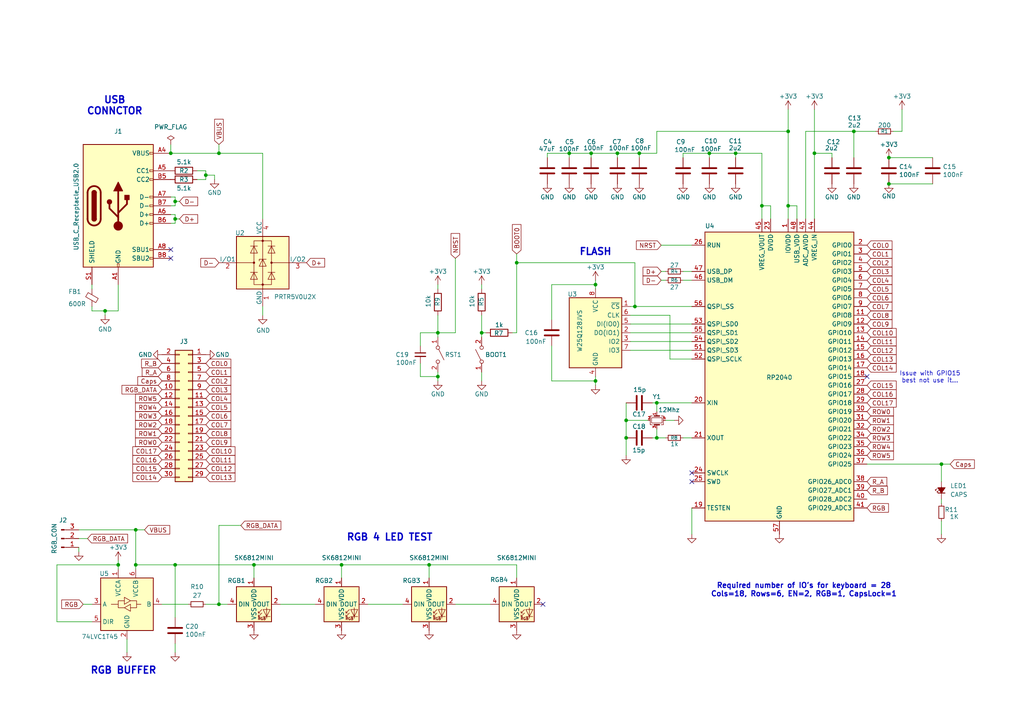
<source format=kicad_sch>
(kicad_sch (version 20231120) (generator "eeschema") (generator_version "8.0")
  (paper "A4")
  (title_block (title "RP2040 Module Board") (date "2025-01-09") (rev "2.0") (company "Michael O'Toole"))
  (junction (at 39.37 153.67))
  (junction (at 172.72 82.55))
  (junction (at 39.37 163.83))
  (junction (at 386.08 152.4))
  (junction (at 336.55 172.72))
  (junction (at 205.74 44.45))
  (junction (at 50.8 63.5))
  (junction (at 330.2 162.56))
  (junction (at 416.56 172.72))
  (junction (at 257.81 53.34))
  (junction (at 213.36 44.45))
  (junction (at 172.72 110.49))
  (junction (at 181.61 121.92))
  (junction (at 63.5 175.26))
  (junction (at 322.58 189.23))
  (junction (at 124.46 163.83))
  (junction (at 336.55 187.96))
  (junction (at 373.38 172.72))
  (junction (at 336.55 182.88))
  (junction (at 247.65 38.1))
  (junction (at 149.86 76.2))
  (junction (at 436.88 172.72))
  (junction (at 236.22 44.45))
  (junction (at 127 96.52))
  (junction (at 171.45 44.45))
  (junction (at 30.48 90.17))
  (junction (at 181.61 127))
  (junction (at 257.81 45.72))
  (junction (at 165.1 44.45))
  (junction (at 336.55 162.56))
  (junction (at 50.8 58.42))
  (junction (at 63.5 44.45))
  (junction (at 34.29 163.83))
  (junction (at 49.53 44.45))
  (junction (at 273.05 134.62))
  (junction (at 50.8 163.83))
  (junction (at 185.42 44.45))
  (junction (at 184.15 88.9))
  (junction (at 228.6 38.1))
  (junction (at 99.06 163.83))
  (junction (at 179.07 44.45))
  (junction (at 190.5 127))
  (junction (at 406.4 172.72))
  (junction (at 373.38 182.88))
  (junction (at 426.72 185.42))
  (junction (at 190.5 116.84))
  (junction (at 220.98 59.69))
  (junction (at 139.7 96.52))
  (junction (at 127 109.22))
  (junction (at 336.55 152.4))
  (junction (at 228.6 59.69))
  (junction (at 73.66 163.83))
  (junction (at 59.69 50.8))
  (junction (at 393.7 172.72))
  (no_connect (at 200.66 139.7))
  (no_connect (at 49.53 74.93))
  (no_connect (at 251.46 109.22))
  (no_connect (at 49.53 72.39))
  (no_connect (at 157.48 175.26))
  (no_connect (at 200.66 137.16))
  (wire (pts (xy 205.74 44.45) (xy 213.36 44.45)))
  (wire (pts (xy 373.38 180.34) (xy 375.92 180.34)))
  (wire (pts (xy 330.2 182.88) (xy 330.2 187.96)))
  (wire (pts (xy 416.56 172.72) (xy 419.1 172.72)))
  (wire (pts (xy 179.07 44.45) (xy 179.07 45.72)))
  (wire (pts (xy 22.86 153.67) (xy 39.37 153.67)))
  (wire (pts (xy 317.5 189.23) (xy 322.58 189.23)))
  (wire (pts (xy 34.29 162.56) (xy 34.29 163.83)))
  (wire (pts (xy 426.72 185.42) (xy 426.72 186.69)))
  (wire (pts (xy 190.5 119.38) (xy 190.5 116.84)))
  (wire (pts (xy 49.53 59.69) (xy 50.8 59.69)))
  (wire (pts (xy 365.76 162.56) (xy 367.03 162.56)))
  (wire (pts (xy 127 91.44) (xy 127 96.52)))
  (wire (pts (xy 273.05 154.94) (xy 273.05 151.13)))
  (wire (pts (xy 336.55 172.72) (xy 336.55 175.26)))
  (wire (pts (xy 191.77 81.28) (xy 193.04 81.28)))
  (wire (pts (xy 182.88 96.52) (xy 200.66 96.52)))
  (wire (pts (xy 181.61 127) (xy 181.61 121.92)))
  (wire (pts (xy 386.08 172.72) (xy 393.7 172.72)))
  (wire (pts (xy 62.23 50.8) (xy 62.23 52.07)))
  (wire (pts (xy 236.22 44.45) (xy 241.3 44.45)))
  (wire (pts (xy 50.8 62.23) (xy 50.8 63.5)))
  (wire (pts (xy 233.68 63.5) (xy 233.68 38.1)))
  (wire (pts (xy 386.08 167.64) (xy 386.08 172.72)))
  (wire (pts (xy 220.98 63.5) (xy 220.98 59.69)))
  (wire (pts (xy 426.72 185.42) (xy 436.88 185.42)))
  (wire (pts (xy 336.55 152.4) (xy 386.08 152.4)))
  (wire (pts (xy 247.65 38.1) (xy 247.65 45.72)))
  (wire (pts (xy 228.6 59.69) (xy 228.6 63.5)))
  (wire (pts (xy 63.5 175.26) (xy 66.04 175.26)))
  (wire (pts (xy 200.66 147.32) (xy 200.66 154.94)))
  (wire (pts (xy 426.72 180.34) (xy 426.72 185.42)))
  (wire (pts (xy 358.14 162.56) (xy 351.79 162.56)))
  (wire (pts (xy 160.02 100.33) (xy 160.02 110.49)))
  (wire (pts (xy 322.58 189.23) (xy 322.58 190.5)))
  (wire (pts (xy 393.7 166.37) (xy 393.7 172.72)))
  (wire (pts (xy 373.38 182.88) (xy 375.92 182.88)))
  (wire (pts (xy 393.7 172.72) (xy 393.7 180.34)))
  (wire (pts (xy 179.07 44.45) (xy 185.42 44.45)))
  (wire (pts (xy 127 109.22) (xy 127 110.49)))
  (wire (pts (xy 194.31 91.44) (xy 194.31 104.14)))
  (wire (pts (xy 30.48 90.17) (xy 34.29 90.17)))
  (wire (pts (xy 50.8 163.83) (xy 50.8 179.07)))
  (wire (pts (xy 34.29 90.17) (xy 34.29 82.55)))
  (wire (pts (xy 50.8 64.77) (xy 50.8 63.5)))
  (wire (pts (xy 273.05 134.62) (xy 275.59 134.62)))
  (wire (pts (xy 393.7 185.42) (xy 393.7 193.04)))
  (wire (pts (xy 149.86 76.2) (xy 184.15 76.2)))
  (wire (pts (xy 193.04 121.92) (xy 195.58 121.92)))
  (wire (pts (xy 59.69 50.8) (xy 62.23 50.8)))
  (wire (pts (xy 370.84 182.88) (xy 373.38 182.88)))
  (wire (pts (xy 121.92 96.52) (xy 127 96.52)))
  (wire (pts (xy 361.95 182.88) (xy 363.22 182.88)))
  (wire (pts (xy 132.08 175.26) (xy 142.24 175.26)))
  (wire (pts (xy 336.55 162.56) (xy 330.2 162.56)))
  (wire (pts (xy 373.38 172.72) (xy 381 172.72)))
  (wire (pts (xy 361.95 172.72) (xy 373.38 172.72)))
  (wire (pts (xy 124.46 163.83) (xy 149.86 163.83)))
  (wire (pts (xy 220.98 59.69) (xy 220.98 44.45)))
  (wire (pts (xy 330.2 187.96) (xy 336.55 187.96)))
  (wire (pts (xy 50.8 163.83) (xy 73.66 163.83)))
  (wire (pts (xy 59.69 50.8) (xy 59.69 49.53)))
  (wire (pts (xy 373.38 172.72) (xy 373.38 180.34)))
  (wire (pts (xy 149.86 76.2) (xy 149.86 96.52)))
  (wire (pts (xy 124.46 163.83) (xy 124.46 167.64)))
  (wire (pts (xy 436.88 181.61) (xy 436.88 185.42)))
  (wire (pts (xy 416.56 185.42) (xy 426.72 185.42)))
  (wire (pts (xy 341.63 182.88) (xy 336.55 182.88)))
  (wire (pts (xy 241.3 44.45) (xy 241.3 45.72)))
  (wire (pts (xy 181.61 127) (xy 181.61 132.08)))
  (wire (pts (xy 233.68 38.1) (xy 247.65 38.1)))
  (wire (pts (xy 341.63 172.72) (xy 336.55 172.72)))
  (wire (pts (xy 160.02 110.49) (xy 172.72 110.49)))
  (wire (pts (xy 185.42 44.45) (xy 185.42 45.72)))
  (wire (pts (xy 121.92 109.22) (xy 127 109.22)))
  (wire (pts (xy 76.2 91.44) (xy 76.2 88.9)))
  (wire (pts (xy 322.58 180.34) (xy 322.58 189.23)))
  (wire (pts (xy 50.8 163.83) (xy 39.37 163.83)))
  (wire (pts (xy 205.74 44.45) (xy 205.74 45.72)))
  (wire (pts (xy 50.8 58.42) (xy 50.8 59.69)))
  (wire (pts (xy 139.7 91.44) (xy 139.7 96.52)))
  (wire (pts (xy 386.08 152.4) (xy 393.7 152.4)))
  (wire (pts (xy 106.68 175.26) (xy 116.84 175.26)))
  (wire (pts (xy 336.55 182.88) (xy 336.55 187.96)))
  (wire (pts (xy 165.1 44.45) (xy 165.1 45.72)))
  (wire (pts (xy 416.56 172.72) (xy 416.56 173.99)))
  (wire (pts (xy 336.55 162.56) (xy 336.55 172.72)))
  (wire (pts (xy 381 172.72) (xy 381 167.64)))
  (wire (pts (xy 181.61 121.92) (xy 187.96 121.92)))
  (wire (pts (xy 139.7 107.95) (xy 139.7 110.49)))
  (wire (pts (xy 223.52 63.5) (xy 223.52 59.69)))
  (wire (pts (xy 49.53 44.45) (xy 63.5 44.45)))
  (wire (pts (xy 213.36 44.45) (xy 220.98 44.45)))
  (wire (pts (xy 190.5 127) (xy 193.04 127)))
  (wire (pts (xy 191.77 71.12) (xy 200.66 71.12)))
  (wire (pts (xy 50.8 58.42) (xy 52.07 58.42)))
  (wire (pts (xy 63.5 44.45) (xy 76.2 44.45)))
  (wire (pts (xy 322.58 162.56) (xy 330.2 162.56)))
  (wire (pts (xy 63.5 41.91) (xy 63.5 44.45)))
  (wire (pts (xy 184.15 88.9) (xy 184.15 76.2)))
  (wire (pts (xy 26.67 90.17) (xy 30.48 90.17)))
  (wire (pts (xy 190.5 116.84) (xy 200.66 116.84)))
  (wire (pts (xy 182.88 91.44) (xy 194.31 91.44)))
  (wire (pts (xy 236.22 44.45) (xy 236.22 63.5)))
  (wire (pts (xy 386.08 156.21) (xy 386.08 152.4)))
  (wire (pts (xy 231.14 63.5) (xy 231.14 59.69)))
  (wire (pts (xy 336.55 193.04) (xy 336.55 187.96)))
  (wire (pts (xy 194.31 104.14) (xy 200.66 104.14)))
  (wire (pts (xy 172.72 81.28) (xy 172.72 82.55)))
  (wire (pts (xy 317.5 189.23) (xy 317.5 205.74)))
  (wire (pts (xy 198.12 81.28) (xy 200.66 81.28)))
  (wire (pts (xy 172.72 110.49) (xy 172.72 109.22)))
  (wire (pts (xy 22.86 158.75) (xy 22.86 160.02)))
  (wire (pts (xy 30.48 90.17) (xy 30.48 91.44)))
  (wire (pts (xy 198.12 45.72) (xy 198.12 44.45)))
  (wire (pts (xy 406.4 172.72) (xy 416.56 172.72)))
  (wire (pts (xy 190.5 127) (xy 189.23 127)))
  (wire (pts (xy 182.88 93.98) (xy 200.66 93.98)))
  (wire (pts (xy 24.13 175.26) (xy 26.67 175.26)))
  (wire (pts (xy 57.15 52.07) (xy 59.69 52.07)))
  (wire (pts (xy 336.55 162.56) (xy 336.55 152.4)))
  (wire (pts (xy 198.12 44.45) (xy 205.74 44.45)))
  (wire (pts (xy 139.7 96.52) (xy 140.97 96.52)))
  (wire (pts (xy 231.14 59.69) (xy 228.6 59.69)))
  (wire (pts (xy 190.5 44.45) (xy 190.5 38.1)))
  (wire (pts (xy 36.83 189.23) (xy 36.83 185.42)))
  (wire (pts (xy 39.37 153.67) (xy 41.91 153.67)))
  (wire (pts (xy 367.03 162.56) (xy 367.03 177.8)))
  (wire (pts (xy 121.92 100.33) (xy 121.92 96.52)))
  (wire (pts (xy 63.5 152.4) (xy 69.85 152.4)))
  (wire (pts (xy 228.6 31.75) (xy 228.6 38.1)))
  (wire (pts (xy 223.52 59.69) (xy 220.98 59.69)))
  (wire (pts (xy 181.61 121.92) (xy 181.61 116.84)))
  (wire (pts (xy 39.37 163.83) (xy 39.37 165.1)))
  (wire (pts (xy 273.05 134.62) (xy 273.05 139.7)))
  (wire (pts (xy 149.86 163.83) (xy 149.86 167.64)))
  (wire (pts (xy 49.53 57.15) (xy 50.8 57.15)))
  (wire (pts (xy 261.62 31.75) (xy 261.62 38.1)))
  (wire (pts (xy 26.67 82.55) (xy 26.67 83.82)))
  (wire (pts (xy 171.45 44.45) (xy 179.07 44.45)))
  (wire (pts (xy 184.15 88.9) (xy 200.66 88.9)))
  (wire (pts (xy 50.8 186.69) (xy 50.8 189.23)))
  (wire (pts (xy 57.15 49.53) (xy 59.69 49.53)))
  (wire (pts (xy 171.45 44.45) (xy 171.45 45.72)))
  (wire (pts (xy 26.67 180.34) (xy 16.51 180.34)))
  (wire (pts (xy 73.66 163.83) (xy 99.06 163.83)))
  (wire (pts (xy 149.86 73.66) (xy 149.86 76.2)))
  (wire (pts (xy 132.08 74.93) (xy 132.08 96.52)))
  (wire (pts (xy 172.72 111.76) (xy 172.72 110.49)))
  (wire (pts (xy 236.22 31.75) (xy 236.22 44.45)))
  (wire (pts (xy 273.05 144.78) (xy 273.05 146.05)))
  (wire (pts (xy 148.59 96.52) (xy 149.86 96.52)))
  (wire (pts (xy 127 96.52) (xy 127 97.79)))
  (wire (pts (xy 165.1 44.45) (xy 171.45 44.45)))
  (wire (pts (xy 251.46 134.62) (xy 273.05 134.62)))
  (wire (pts (xy 73.66 163.83) (xy 73.66 167.64)))
  (wire (pts (xy 416.56 181.61) (xy 416.56 185.42)))
  (wire (pts (xy 127 107.95) (xy 127 109.22)))
  (wire (pts (xy 127 82.55) (xy 127 83.82)))
  (wire (pts (xy 76.2 44.45) (xy 76.2 63.5)))
  (wire (pts (xy 182.88 99.06) (xy 200.66 99.06)))
  (wire (pts (xy 322.58 198.12) (xy 322.58 205.74)))
  (wire (pts (xy 121.92 105.41) (xy 121.92 109.22)))
  (wire (pts (xy 172.72 82.55) (xy 172.72 83.82)))
  (wire (pts (xy 336.55 162.56) (xy 341.63 162.56)))
  (wire (pts (xy 257.81 53.34) (xy 270.51 53.34)))
  (wire (pts (xy 63.5 152.4) (xy 63.5 175.26)))
  (wire (pts (xy 99.06 163.83) (xy 99.06 167.64)))
  (wire (pts (xy 81.28 175.26) (xy 91.44 175.26)))
  (wire (pts (xy 49.53 62.23) (xy 50.8 62.23)))
  (wire (pts (xy 190.5 127) (xy 190.5 124.46)))
  (wire (pts (xy 373.38 182.88) (xy 373.38 193.04)))
  (wire (pts (xy 436.88 171.45) (xy 436.88 172.72)))
  (wire (pts (xy 172.72 82.55) (xy 160.02 82.55)))
  (wire (pts (xy 50.8 57.15) (xy 50.8 58.42)))
  (wire (pts (xy 257.81 45.72) (xy 270.51 45.72)))
  (wire (pts (xy 213.36 44.45) (xy 213.36 45.72)))
  (wire (pts (xy 393.7 172.72) (xy 406.4 172.72)))
  (wire (pts (xy 34.29 163.83) (xy 34.29 165.1)))
  (wire (pts (xy 59.69 52.07) (xy 59.69 50.8)))
  (wire (pts (xy 59.69 175.26) (xy 63.5 175.26)))
  (wire (pts (xy 322.58 162.56) (xy 322.58 172.72)))
  (wire (pts (xy 393.7 152.4) (xy 393.7 158.75)))
  (wire (pts (xy 139.7 96.52) (xy 139.7 97.79)))
  (wire (pts (xy 416.56 171.45) (xy 416.56 172.72)))
  (wire (pts (xy 50.8 63.5) (xy 52.07 63.5)))
  (wire (pts (xy 198.12 78.74) (xy 200.66 78.74)))
  (wire (pts (xy 139.7 82.55) (xy 139.7 83.82)))
  (wire (pts (xy 16.51 180.34) (xy 16.51 163.83)))
  (wire (pts (xy 336.55 182.88) (xy 336.55 180.34)))
  (wire (pts (xy 228.6 38.1) (xy 228.6 59.69)))
  (wire (pts (xy 39.37 153.67) (xy 39.37 163.83)))
  (wire (pts (xy 198.12 127) (xy 200.66 127)))
  (wire (pts (xy 26.67 88.9) (xy 26.67 90.17)))
  (wire (pts (xy 191.77 78.74) (xy 193.04 78.74)))
  (wire (pts (xy 259.08 38.1) (xy 261.62 38.1)))
  (wire (pts (xy 373.38 172.72) (xy 373.38 171.45)))
  (wire (pts (xy 190.5 38.1) (xy 228.6 38.1)))
  (wire (pts (xy 247.65 38.1) (xy 254 38.1)))
  (wire (pts (xy 49.53 64.77) (xy 50.8 64.77)))
  (wire (pts (xy 367.03 177.8) (xy 361.95 177.8)))
  (wire (pts (xy 434.34 172.72) (xy 436.88 172.72)))
  (wire (pts (xy 330.2 162.56) (xy 330.2 175.26)))
  (wire (pts (xy 158.75 44.45) (xy 165.1 44.45)))
  (wire (pts (xy 406.4 172.72) (xy 406.4 173.99)))
  (wire (pts (xy 185.42 44.45) (xy 190.5 44.45)))
  (wire (pts (xy 190.5 116.84) (xy 189.23 116.84)))
  (wire (pts (xy 336.55 151.13) (xy 336.55 152.4)))
  (wire (pts (xy 436.88 172.72) (xy 436.88 173.99)))
  (wire (pts (xy 16.51 163.83) (xy 34.29 163.83)))
  (wire (pts (xy 158.75 45.72) (xy 158.75 44.45)))
  (wire (pts (xy 160.02 82.55) (xy 160.02 92.71)))
  (wire (pts (xy 22.86 156.21) (xy 25.4 156.21)))
  (wire (pts (xy 49.53 41.91) (xy 49.53 44.45)))
  (wire (pts (xy 182.88 88.9) (xy 184.15 88.9)))
  (wire (pts (xy 127 96.52) (xy 132.08 96.52)))
  (wire (pts (xy 182.88 101.6) (xy 200.66 101.6)))
  (wire (pts (xy 46.99 175.26) (xy 54.61 175.26)))
  (wire (pts (xy 99.06 163.83) (xy 124.46 163.83)))
  (text "USB\nCONNCTOR" (at 33.274 30.734 0) (effects (font (size 2 2) (thickness 0.4) (bold yes))))
  (text "RGB BUFFER" (at 35.814 194.564 0) (effects (font (size 2 2) (thickness 0.4) (bold yes))))
  (text "FLASH" (at 172.72 73.152 0) (effects (font (size 2 2) (thickness 0.4) (bold yes))))
  (text "RGB 4 LED TEST" (at 113.03 155.956 0) (effects (font (size 2 2) (thickness 0.4) (bold yes))))
  (text "3.7V \nLI-PO\nBattery\nConnector" (at 378.206 195.834 0) (effects (font (size 1.016 1.016) (thickness 0.2032) (bold yes) (italic yes)) (justify left bottom)))
  (text "3V3 SUPPLY" (at 425.196 159.766 0) (effects (font (size 2 2) (thickness 0.4) (bold yes))))
  (text "FUSE" (at 327.914 200.66 0) (effects (font (size 2 2) (thickness 0.4) (bold yes))))
  (text "Issue with GPIO15\nbest not use it..." (at 269.748 109.474 0) (effects (font (size 1.27 1.27))))
  (text "Rprog" (at 364.998 183.642 0) (effects (font (size 0.889 0.889) (thickness 0.1778) (bold yes) (italic yes)) (justify left bottom)))
  (text "Required number of IO's for keyboard = 28\nCols=18, Rows=6, EN=2, RGB=1, CapsLock=1" (at 233.172 171.196 0) (effects (font (size 1.5 1.5) (thickness 0.3) (bold yes))))
  (global_label "NRST" (shape input) (at 191.77 71.12 180) (property "Intersheetrefs" "${INTERSHEET_REFS}" (effects (hide yes))))
  (global_label "RGB_DATA" (shape input) (at 25.4 156.21 0) (property "Intersheetrefs" "${INTERSHEET_REFS}" (effects (hide yes))))
  (global_label "RGB_DATA" (shape input) (at 69.85 152.4 0) (property "Intersheetrefs" "${INTERSHEET_REFS}" (effects (hide yes))))
  (global_label "RGB" (shape input) (at 24.13 175.26 180) (property "Intersheetrefs" "${INTERSHEET_REFS}" (effects (hide yes))))
  (global_label "COL8" (shape input) (at 251.46 91.44 0) (property "Intersheetrefs" "${INTERSHEET_REFS}" (effects (hide yes))))
  (global_label "R_A" (shape input) (at 251.46 139.7 0) (property "Intersheetrefs" "${INTERSHEET_REFS}" (effects (hide yes))))
  (global_label "ROW4" (shape input) (at 46.99 118.11 180) (property "Intersheetrefs" "${INTERSHEET_REFS}" (effects (hide yes))))
  (global_label "COL6" (shape input) (at 59.69 120.65 0) (property "Intersheetrefs" "${INTERSHEET_REFS}" (effects (hide yes))))
  (global_label "ROW4" (shape input) (at 251.46 129.54 0) (property "Intersheetrefs" "${INTERSHEET_REFS}" (effects (hide yes))))
  (global_label "ROW1" (shape input) (at 251.46 121.92 0) (property "Intersheetrefs" "${INTERSHEET_REFS}" (effects (hide yes))))
  (global_label "COL1" (shape input) (at 251.46 73.66 0) (property "Intersheetrefs" "${INTERSHEET_REFS}" (effects (hide yes))))
  (global_label "ROW5" (shape input) (at 46.99 115.57 180) (property "Intersheetrefs" "${INTERSHEET_REFS}" (effects (hide yes))))
  (global_label "COL12" (shape input) (at 59.69 135.89 0) (property "Intersheetrefs" "${INTERSHEET_REFS}" (effects (hide yes))))
  (global_label "COL9" (shape input) (at 251.46 93.98 0) (property "Intersheetrefs" "${INTERSHEET_REFS}" (effects (hide yes))))
  (global_label "R_B" (shape input) (at 251.46 142.24 0) (property "Intersheetrefs" "${INTERSHEET_REFS}" (effects (hide yes))))
  (global_label "ROW5" (shape input) (at 251.46 132.08 0) (property "Intersheetrefs" "${INTERSHEET_REFS}" (effects (hide yes))))
  (global_label "VBUS" (shape input) (at 63.5 41.91 90) (property "Intersheetrefs" "${INTERSHEET_REFS}" (effects (hide yes))))
  (global_label "ROW2" (shape input) (at 46.99 123.19 180) (property "Intersheetrefs" "${INTERSHEET_REFS}" (effects (hide yes))))
  (global_label "D-" (shape input) (at 191.77 81.28 180) (property "Intersheetrefs" "${INTERSHEET_REFS}" (effects (hide yes))))
  (global_label "D+" (shape input) (at 191.77 78.74 180) (property "Intersheetrefs" "${INTERSHEET_REFS}" (effects (hide yes))))
  (global_label "R_B" (shape input) (at 46.99 105.41 180) (property "Intersheetrefs" "${INTERSHEET_REFS}" (effects (hide yes))))
  (global_label "RGBV" (shape input) (at 317.5 205.74 270) (property "Intersheetrefs" "${INTERSHEET_REFS}" (effects (hide yes))))
  (global_label "ROW3" (shape input) (at 251.46 127 0) (property "Intersheetrefs" "${INTERSHEET_REFS}" (effects (hide yes))))
  (global_label "COL14" (shape input) (at 251.46 106.68 0) (property "Intersheetrefs" "${INTERSHEET_REFS}" (effects (hide yes))))
  (global_label "D+" (shape input) (at 52.07 63.5 0) (property "Intersheetrefs" "${INTERSHEET_REFS}" (effects (hide yes))))
  (global_label "NRST" (shape input) (at 132.08 74.93 90) (property "Intersheetrefs" "${INTERSHEET_REFS}" (effects (hide yes))))
  (global_label "Caps" (shape input) (at 46.99 110.49 180) (property "Intersheetrefs" "${INTERSHEET_REFS}" (effects (hide yes))))
  (global_label "COL14" (shape input) (at 46.99 138.43 180) (property "Intersheetrefs" "${INTERSHEET_REFS}" (effects (hide yes))))
  (global_label "COL3" (shape input) (at 59.69 113.03 0) (property "Intersheetrefs" "${INTERSHEET_REFS}" (effects (hide yes))))
  (global_label "COL11" (shape input) (at 59.69 133.35 0) (property "Intersheetrefs" "${INTERSHEET_REFS}" (effects (hide yes))))
  (global_label "COL1" (shape input) (at 59.69 107.95 0) (property "Intersheetrefs" "${INTERSHEET_REFS}" (effects (hide yes))))
  (global_label "ROW0" (shape input) (at 251.46 119.38 0) (property "Intersheetrefs" "${INTERSHEET_REFS}" (effects (hide yes))))
  (global_label "VBUS" (shape input) (at 41.91 153.67 0) (property "Intersheetrefs" "${INTERSHEET_REFS}" (effects (hide yes))))
  (global_label "BOOT0" (shape input) (at 149.86 73.66 90) (property "Intersheetrefs" "${INTERSHEET_REFS}" (effects (hide yes))))
  (global_label "COL6" (shape input) (at 251.46 86.36 0) (property "Intersheetrefs" "${INTERSHEET_REFS}" (effects (hide yes))))
  (global_label "COL15" (shape input) (at 46.99 135.89 180) (property "Intersheetrefs" "${INTERSHEET_REFS}" (effects (hide yes))))
  (global_label "COL16" (shape input) (at 251.46 114.3 0) (property "Intersheetrefs" "${INTERSHEET_REFS}" (effects (hide yes))))
  (global_label "COL13" (shape input) (at 251.46 104.14 0) (property "Intersheetrefs" "${INTERSHEET_REFS}" (effects (hide yes))))
  (global_label "RGB_DATA" (shape input) (at 46.99 113.03 180) (property "Intersheetrefs" "${INTERSHEET_REFS}" (effects (hide yes))))
  (global_label "COL11" (shape input) (at 251.46 99.06 0) (property "Intersheetrefs" "${INTERSHEET_REFS}" (effects (hide yes))))
  (global_label "COL9" (shape input) (at 59.69 128.27 0) (property "Intersheetrefs" "${INTERSHEET_REFS}" (effects (hide yes))))
  (global_label "COL0" (shape input) (at 251.46 71.12 0) (property "Intersheetrefs" "${INTERSHEET_REFS}" (effects (hide yes))))
  (global_label "COL3" (shape input) (at 251.46 78.74 0) (property "Intersheetrefs" "${INTERSHEET_REFS}" (effects (hide yes))))
  (global_label "COL0" (shape input) (at 59.69 105.41 0) (property "Intersheetrefs" "${INTERSHEET_REFS}" (effects (hide yes))))
  (global_label "COL5" (shape input) (at 251.46 83.82 0) (property "Intersheetrefs" "${INTERSHEET_REFS}" (effects (hide yes))))
  (global_label "COL2" (shape input) (at 251.46 76.2 0) (property "Intersheetrefs" "${INTERSHEET_REFS}" (effects (hide yes))))
  (global_label "D+" (shape input) (at 88.9 76.2 0) (property "Intersheetrefs" "${INTERSHEET_REFS}" (effects (hide yes))))
  (global_label "ROW1" (shape input) (at 46.99 125.73 180) (property "Intersheetrefs" "${INTERSHEET_REFS}" (effects (hide yes))))
  (global_label "COL13" (shape input) (at 59.69 138.43 0) (property "Intersheetrefs" "${INTERSHEET_REFS}" (effects (hide yes))))
  (global_label "COL5" (shape input) (at 59.69 118.11 0) (property "Intersheetrefs" "${INTERSHEET_REFS}" (effects (hide yes))))
  (global_label "COL8" (shape input) (at 59.69 125.73 0) (property "Intersheetrefs" "${INTERSHEET_REFS}" (effects (hide yes))))
  (global_label "COL4" (shape input) (at 251.46 81.28 0) (property "Intersheetrefs" "${INTERSHEET_REFS}" (effects (hide yes))))
  (global_label "COL7" (shape input) (at 59.69 123.19 0) (property "Intersheetrefs" "${INTERSHEET_REFS}" (effects (hide yes))))
  (global_label "COL15" (shape input) (at 251.46 111.76 0) (property "Intersheetrefs" "${INTERSHEET_REFS}" (effects (hide yes))))
  (global_label "COL4" (shape input) (at 59.69 115.57 0) (property "Intersheetrefs" "${INTERSHEET_REFS}" (effects (hide yes))))
  (global_label "COL17" (shape input) (at 251.46 116.84 0) (property "Intersheetrefs" "${INTERSHEET_REFS}" (effects (hide yes))))
  (global_label "COL10" (shape input) (at 251.46 96.52 0) (property "Intersheetrefs" "${INTERSHEET_REFS}" (effects (hide yes))))
  (global_label "D-" (shape input) (at 52.07 58.42 0) (property "Intersheetrefs" "${INTERSHEET_REFS}" (effects (hide yes))))
  (global_label "RGB" (shape input) (at 251.46 147.32 0) (property "Intersheetrefs" "${INTERSHEET_REFS}" (effects (hide yes))))
  (global_label "COL2" (shape input) (at 59.69 110.49 0) (property "Intersheetrefs" "${INTERSHEET_REFS}" (effects (hide yes))))
  (global_label "COL12" (shape input) (at 251.46 101.6 0) (property "Intersheetrefs" "${INTERSHEET_REFS}" (effects (hide yes))))
  (global_label "ROW0" (shape input) (at 46.99 128.27 180) (property "Intersheetrefs" "${INTERSHEET_REFS}" (effects (hide yes))))
  (global_label "R_A" (shape input) (at 46.99 107.95 180) (property "Intersheetrefs" "${INTERSHEET_REFS}" (effects (hide yes))))
  (global_label "COL10" (shape input) (at 59.69 130.81 0) (property "Intersheetrefs" "${INTERSHEET_REFS}" (effects (hide yes))))
  (global_label "D-" (shape input) (at 63.5 76.2 180) (property "Intersheetrefs" "${INTERSHEET_REFS}" (effects (hide yes))))
  (global_label "Caps" (shape input) (at 275.59 134.62 0) (property "Intersheetrefs" "${INTERSHEET_REFS}" (effects (hide yes))))
  (global_label "ROW3" (shape input) (at 46.99 120.65 180) (property "Intersheetrefs" "${INTERSHEET_REFS}" (effects (hide yes))))
  (global_label "COL7" (shape input) (at 251.46 88.9 0) (property "Intersheetrefs" "${INTERSHEET_REFS}" (effects (hide yes))))
  (global_label "COL16" (shape input) (at 46.99 133.35 180) (property "Intersheetrefs" "${INTERSHEET_REFS}" (effects (hide yes))))
  (global_label "VBUS" (shape input) (at 322.58 205.74 270) (property "Intersheetrefs" "${INTERSHEET_REFS}" (effects (hide yes))))
  (global_label "COL17" (shape input) (at 46.99 130.81 180) (property "Intersheetrefs" "${INTERSHEET_REFS}" (effects (hide yes))))
  (global_label "ROW2" (shape input) (at 251.46 124.46 0) (property "Intersheetrefs" "${INTERSHEET_REFS}" (effects (hide yes))))
  (symbol (lib_id "Device:R_Small") (at 273.05 148.59 0) (mirror y) (unit 1)
    (property "Reference" "R11" (at 277.876 147.828 0) (effects (justify left)))
    (property "Value" "1K" (at 278.13 149.86 0) (effects (justify left)))
    (property "Footprint" "Resistor_SMD:R_0402_1005Metric" (effects (hide yes)))
    (property "Description" "Resistor, small symbol" (effects (hide yes)))
  )
  (symbol (lib_id "Logic_LevelTranslator:SN74LVC1T45DRL") (at 36.83 175.26 0) (unit 1)
    (property "Reference" "U5" (at 30.226 166.37 0))
    (property "Value" "74LVC1T45" (at 28.956 184.658 0))
    (property "Footprint" "SOT:SOT-26" (effects (hide yes)))
    (property "Description" "1.65V~5.5V 1 1 1.65V~5.5V SOT-26 Translators, Level Shifters ROHS" (effects (hide yes)))
    (property "MPN " "74LVC1T45W6-7" (effects (hide yes)))
    (property "JLCPCB_CORRECTION" "0; 0; 270" (effects (hide yes)))
    (property "LCSC" "C168856" (effects (hide yes)))
  )
  (symbol (lib_id "ESP32-DevKit-Lipo_Rev_D:R") (at 330.2 179.07 270) (unit 1)
    (property "Reference" "R13" (at 330.2 177.292 0) (effects (justify left)))
    (property "Value" "10k/R0402" (at 327.914 173.482 0) (effects (justify left)))
    (property "Footprint" "OLIMEX_RLC-FP:R_0402_5MIL_DWS" (effects (hide yes)))
    (property "Fieldname 1" "Value 1" (effects (hide yes)))
    (property "Fieldname2" "Value2" (effects (hide yes)))
    (property "Fieldname3" "Value3" (effects (hide yes)))
  )
  (symbol (lib_id "Device:C") (at 198.12 49.53 0) (unit 1)
    (property "Reference" "C9" (at 196.088 41.148 0) (effects (justify left)))
    (property "Value" "100nF" (at 195.58 43.434 0) (effects (justify left)))
    (property "Footprint" "Capacitor_SMD:C_0402_1005Metric" (effects (hide yes)))
    (property "LCSC" "C307331" (effects (hide yes)))
  )
  (symbol (lib_id "Device:C") (at 179.07 49.53 0) (unit 1)
    (property "Reference" "C7" (at 177.546 41.148 0) (effects (justify left)))
    (property "Value" "100nF" (at 176.53 42.926 0) (effects (justify left)))
    (property "Footprint" "Capacitor_SMD:C_0402_1005Metric" (effects (hide yes)))
    (property "LCSC" "C307331" (effects (hide yes)))
  )
  (symbol (lib_id "Connector:Conn_01x03_Pin") (at 17.78 156.21 0) (mirror x) (unit 1)
    (property "Reference" "J2" (at 18.288 150.876 0))
    (property "Value" "RGB_CON" (at 15.748 156.21 90))
    (property "Footprint" "Connector_JST:JST_EH_S3B-EH_1x03_P2.50mm_Horizontal" (effects (hide yes)))
    (property "Description" "Generic connector, single row, 01x03, script generated" (effects (hide yes)))
    (property "LCSC" "C263754" (effects (hide yes)))
    (property "MANF#" "S3B-EH(LF)(SN)" (effects (hide yes)))
  )
  (symbol (lib_id "Device:Crystal_GND24_Small") (at 190.5 121.92 270) (unit 1)
    (property "Reference" "Y1" (at 190.5 115.062 90))
    (property "Value" "12Mhz" (at 194.056 118.872 90))
    (property "Footprint" "Crystal:Crystal_SMD_3225-4Pin_3.2x2.5mm" (effects (hide yes)))
    (property "Description" "Four pin crystal, GND on pins 2 and 4, small symbol" (effects (hide yes)))
    (property "LCSC" "C20625731" (effects (hide yes)))
    (property "MFP#" "ABM8-272-T3" (effects (hide yes)))
  )
  (symbol (lib_id "Device:C") (at 50.8 182.88 0) (unit 1)
    (property "Reference" "C20" (at 53.721 181.7116 0) (effects (justify left)))
    (property "Value" "100nF" (at 53.721 184.023 0) (effects (justify left)))
    (property "Footprint" "Capacitor_SMD:C_0402_1005Metric" (effects (hide yes)))
    (property "LCSC" "C307331" (effects (hide yes)))
  )
  (symbol (lib_id "power:GND") (at 241.3 53.34 0) (unit 1)
    (property "Reference" "#PWR017" (effects (hide yes)))
    (property "Value" "GND" (at 241.3 57.15 0))
  )
  (symbol (lib_id "MyLED:SK6812MINI-E_C5149201") (at 73.66 175.26 0) (unit 1)
    (property "Reference" "RGB1" (at 68.58 168.402 0))
    (property "Value" "SK6812MINI" (at 73.66 161.798 0))
    (property "Footprint" "ScottoKeebs_Components:LED_SK6812MINI" (effects (hide yes)))
    (property "LCSC" "C5149201" (effects (hide yes)))
    (property "MFP#" "SK6812MINI-E" (effects (hide yes)))
  )
  (symbol (lib_id "MyLED:SK6812MINI-E_C5149201") (at 124.46 175.26 0) (unit 1)
    (property "Reference" "RGB3" (at 119.38 168.402 0))
    (property "Value" "SK6812MINI" (at 124.46 161.798 0))
    (property "Footprint" "ScottoKeebs_Components:LED_SK6812MINI" (effects (hide yes)))
  )
  (symbol (lib_id "power:+3V3") (at 34.29 162.56 0) (unit 1)
    (property "Reference" "#PWR031" (effects (hide yes)))
    (property "Value" "+3V3" (at 34.29 158.75 0))
  )
  (symbol (lib_id "ESP32-DevKit-Lipo_Rev_D:BL4054B-42TPRN(SOT23-5)") (at 351.79 177.8 0) (unit 1)
    (property "Reference" "U6" (at 351.79 169.545 0) (effects (font (size 1.524 1.524))))
    (property "Value" "BL4054B-42TPRN(SOT23-5)" (at 351.79 187.96 0))
    (property "Footprint" "OLIMEX_IC-FP:SOT-23-5" (effects (hide yes)))
    (property "Datasheet" "https://datasheet.lcsc.com/szlcsc/BL4054B-42TPRN_C83783.pdf" (effects (hide yes)))
    (property "Note" "PB-Free" (effects (hide yes)))
    (property "lcsc" "C83783" (effects (hide yes)))
    (property "mp#" "BL4054B-42TPRN" (effects (hide yes)))
  )
  (symbol (lib_id "power:GND") (at 139.7 110.49 0) (unit 1)
    (property "Reference" "#PWR025" (effects (hide yes)))
    (property "Value" "GND" (at 139.7 114.3 0))
  )
  (symbol (lib_id "power:GND") (at 406.4 181.61 0) (unit 1)
    (property "Reference" "#PWR08" (effects (hide yes)))
    (property "Value" "GND" (at 406.4 185.166 0))
  )
  (symbol (lib_id "power:GND") (at 59.69 102.87 90) (mirror x) (unit 1)
    (property "Reference" "#PWR042" (effects (hide yes)))
    (property "Value" "GND" (at 62.484 102.87 90) (effects (justify right)))
    (property "Description" "Power symbol creates a global label with name \"GND\" , ground" (effects (hide yes)))
  )
  (symbol (lib_id "Device:R_Small") (at 195.58 78.74 90) (mirror x) (unit 1)
    (property "Reference" "R4" (at 195.58 78.74 90) (effects (font (size 1 1))))
    (property "Value" "27" (at 195.58 76.962 90))
    (property "Footprint" "Resistor_SMD:R_0402_1005Metric" (effects (hide yes)))
    (property "Description" "Resistor, small symbol" (effects (hide yes)))
  )
  (symbol (lib_id "power:+3V3") (at 127 82.55 0) (unit 1)
    (property "Reference" "#PWR028" (effects (hide yes)))
    (property "Value" "+3V3" (at 127 78.74 0))
  )
  (symbol (lib_id "power:GND") (at 76.2 91.44 0) (unit 1)
    (property "Reference" "#PWR023" (effects (hide yes)))
    (property "Value" "GND" (at 76.327 95.8342 0))
  )
  (symbol (lib_id "Device:FerriteBead_Small") (at 26.67 86.36 0) (unit 1)
    (property "Reference" "FB1" (at 19.812 84.582 0) (effects (justify left)))
    (property "Value" "600R" (at 19.812 88.138 0) (effects (justify left)))
    (property "Footprint" "DevModules:BEADC1608X95N" (effects (hide yes)))
    (property "Description" "Ferrite bead, small symbol" (effects (hide yes)))
  )
  (symbol (lib_id "ESP32-DevKit-Lipo_Rev_D:GND") (at 336.55 193.04 0) (unit 1)
    (property "Reference" "#PWR047" (effects (hide yes)))
    (property "Value" "GND" (at 336.55 196.85 0))
  )
  (symbol (lib_id "Device:R") (at 139.7 87.63 0) (unit 1)
    (property "Reference" "R5" (at 139.573 87.503 90))
    (property "Value" "10k" (at 136.906 87.376 90))
    (property "Footprint" "Resistor_SMD:R_0402_1005Metric" (effects (hide yes)))
  )
  (symbol (lib_id "power:+3V3") (at 436.88 171.45 0) (unit 1)
    (property "Reference" "#PWR05" (effects (hide yes)))
    (property "Value" "+3V3" (at 436.88 167.64 0))
  )
  (symbol (lib_id "Device:C") (at 416.56 177.8 0) (mirror y) (unit 1)
    (property "Reference" "C2" (at 413.004 177.8 0) (effects (justify left)))
    (property "Value" "4.7uF" (at 415.798 180.848 0) (effects (justify left)))
    (property "Footprint" "Capacitor_SMD:C_0805_2012Metric" (effects (hide yes)))
    (property "LCSC" "C307331" (effects (hide yes)))
  )
  (symbol (lib_id "power:GND") (at 200.66 154.94 0) (mirror y) (unit 1)
    (property "Reference" "#PWR033" (effects (hide yes)))
    (property "Value" "GND" (effects (hide yes)))
  )
  (symbol (lib_id "ESP32-DevKit-Lipo_Rev_D:C") (at 393.7 182.88 0) (unit 1)
    (property "Reference" "C22" (at 392.43 181.61 90) (effects (justify left)))
    (property "Value" "4.7uF/6.3V/C0603" (at 396.875 191.77 90) (effects (font (size 1.016 1.016)) (justify left)))
    (property "Footprint" "OLIMEX_RLC-FP:C_0603_5MIL_DWS" (effects (hide yes)))
    (property "Fieldname 1" "Value 1" (effects (hide yes)))
    (property "Fieldname2" "Value2" (effects (hide yes)))
    (property "Fieldname3" "Value3" (effects (hide yes)))
  )
  (symbol (lib_id "kicad-keyboard-parts:XC6206PxxxMR-Regulator_Linear") (at 426.72 172.72 0) (unit 1)
    (property "Reference" "U1" (at 426.72 168.656 0))
    (property "Value" "XC6206PxxxMR-Regulator_Linear" (at 426.466 163.068 0))
    (property "Footprint" "Package_TO_SOT_SMD:SOT-23" (effects (hide yes)))
    (property "Datasheet" "https://www.torexsemi.com/file/xc6206/XC6206.pdf" (effects (hide yes)))
    (property "LCSC" "C5446" (effects (hide yes)))
  )
  (symbol (lib_id "Device:C") (at 205.74 49.53 0) (unit 1)
    (property "Reference" "C10" (at 204.216 40.894 0) (effects (justify left)))
    (property "Value" "100nF" (at 203.2 43.18 0) (effects (justify left)))
    (property "Footprint" "Capacitor_SMD:C_0402_1005Metric" (effects (hide yes)))
    (property "LCSC" "C307331" (effects (hide yes)))
  )
  (symbol (lib_id "power:GND") (at 99.06 182.88 0) (mirror y) (unit 1)
    (property "Reference" "#PWR039" (effects (hide yes)))
    (property "Value" "GND" (effects (hide yes)))
    (property "Description" "Power symbol creates a global label with name \"GND\" , ground" (effects (hide yes)))
  )
  (symbol (lib_id "Switch:SW_SPST") (at 139.7 102.87 90) (unit 1)
    (property "Reference" "BOOT1" (at 140.716 102.87 90) (effects (justify right)))
    (property "Value" "SW_SPST" (effects (hide yes)))
    (property "Footprint" "Button_Switch_SMD:SW_SPST_TL3342" (effects (hide yes)))
  )
  (symbol (lib_id "ESP32-DevKit-Lipo_Rev_D:LED") (at 346.71 162.56 0) (mirror y) (unit 1)
    (property "Reference" "CHARGING1" (at 341.63 159.385 0) (effects (justify right)))
    (property "Value" "LED/YELLOW/0603" (at 337.185 165.1 0) (effects (justify right)))
    (property "Footprint" "OLIMEX_LEDs-FP:LED_0603_KA" (effects (hide yes)))
    (property "Fieldname 1" "Value 1" (effects (hide yes)))
    (property "Fieldname2" "Value2" (effects (hide yes)))
    (property "Fieldname3" "Value3" (effects (hide yes)))
  )
  (symbol (lib_id "Device:C") (at 171.45 49.53 0) (unit 1)
    (property "Reference" "C6" (at 170.18 41.148 0) (effects (justify left)))
    (property "Value" "100nF" (at 169.164 42.926 0) (effects (justify left)))
    (property "Footprint" "Capacitor_SMD:C_0402_1005Metric" (effects (hide yes)))
    (property "LCSC" "C307331" (effects (hide yes)))
  )
  (symbol (lib_id "power:GND") (at 181.61 132.08 0) (mirror y) (unit 1)
    (property "Reference" "#PWR029" (effects (hide yes)))
    (property "Value" "GND" (effects (hide yes)))
  )
  (symbol (lib_id "power:+3V3") (at 228.6 31.75 0) (unit 1)
    (property "Reference" "#PWR01" (effects (hide yes)))
    (property "Value" "+3V3" (at 228.6 27.94 0))
  )
  (symbol (lib_id "Memory_Flash:W25Q128JVS") (at 172.72 96.52 0) (mirror y) (unit 1)
    (property "Reference" "U3" (at 167.386 85.344 0) (effects (justify left)))
    (property "Value" "W25Q128JVS" (at 168.148 102.108 90) (effects (justify left)))
    (property "Footprint" "MyComponents:SOIC_128JVSIQ_WIN" (effects (hide yes)))
    (property "Datasheet" "https://www.winbond.com/resource-files/w25q128jv_dtr%20revc%2003272018%20plus.pdf" (effects (hide yes)))
    (property "Description" "128Mb Serial Flash Memory, Standard/Dual/Quad SPI, SOIC-8" (effects (hide yes)))
    (property "LCSC" "C97521" (effects (hide yes)))
    (property "Mfr. Part #" "W25Q128JVSIQ" (effects (hide yes)))
    (property "Package" "SOIC-8-208mil" (effects (hide yes)))
  )
  (symbol (lib_id "Device:C") (at 185.42 116.84 270) (mirror x) (unit 1)
    (property "Reference" "C17" (at 183.388 120.142 90) (effects (justify left)))
    (property "Value" "15p" (at 183.642 113.03 90) (effects (justify left)))
    (property "Footprint" "Capacitor_SMD:C_0402_1005Metric" (effects (hide yes)))
    (property "LCSC" "C307331" (effects (hide yes)))
  )
  (symbol (lib_id "Power_Protection:PRTR5V0U2X") (at 76.2 76.2 0) (unit 1)
    (property "Reference" "U2" (at 69.596 67.564 0))
    (property "Value" "PRTR5V0U2X" (at 85.598 86.106 0))
    (property "Footprint" "Package_TO_SOT_SMD:SOT-143" (effects (hide yes)))
    (property "Datasheet" "https://assets.nexperia.com/documents/data-sheet/PRTR5V0U2X.pdf" (effects (hide yes)))
    (property "LCSC" "C2827688" (effects (hide yes)))
    (property "JlcRotOffset" "90" (effects (hide yes)))
    (property "MFP#" "PRTR5V0U2X" (effects (hide yes)))
  )
  (symbol (lib_id "power:GND") (at 273.05 154.94 0) (mirror y) (unit 1)
    (property "Reference" "#PWR044" (effects (hide yes)))
    (property "Value" "GND" (effects (hide yes)))
  )
  (symbol (lib_id "Device:R") (at 53.34 49.53 270) (unit 1)
    (property "Reference" "R2" (at 53.34 49.53 90))
    (property "Value" "5.1k" (at 53.34 46.99 90))
    (property "Footprint" "Resistor_SMD:R_0402_1005Metric" (effects (hide yes)))
  )
  (symbol (lib_id "power:GND") (at 247.65 53.34 0) (unit 1)
    (property "Reference" "#PWR018" (effects (hide yes)))
    (property "Value" "GND" (at 247.65 57.15 0))
  )
  (symbol (lib_id "power:GND") (at 198.12 53.34 0) (unit 1)
    (property "Reference" "#PWR014" (effects (hide yes)))
    (property "Value" "GND" (at 198.12 57.15 0))
  )
  (symbol (lib_id "power:PWR_FLAG") (at 49.53 41.91 0) (unit 1)
    (property "Reference" "#FLG01" (effects (hide yes)))
    (property "Value" "PWR_FLAG" (at 49.53 36.83 0))
    (property "Description" "Special symbol for telling ERC where power comes from" (effects (hide yes)))
  )
  (symbol (lib_id "power:+3V3") (at 257.81 45.72 0) (unit 1)
    (property "Reference" "#PWR06" (effects (hide yes)))
    (property "Value" "+3V3" (at 257.81 41.91 0))
  )
  (symbol (lib_id "ESP32-DevKit-Lipo_Rev_D:D_Schottky") (at 393.7 162.56 90) (unit 1)
    (property "Reference" "D2" (at 391.16 160.655 0) (effects (justify right)))
    (property "Value" "1N5819S4/SOD123" (at 396.494 152.908 0) (effects (justify right)))
    (property "Footprint" "OLIMEX_Diodes-FP:SOD-123_1C-2A_KA" (effects (hide yes)))
    (property "Fieldname 1" "Value 1" (effects (hide yes)))
    (property "Fieldname2" "Value2" (effects (hide yes)))
    (property "Fieldname3" "Value3" (effects (hide yes)))
  )
  (symbol (lib_id "power:GND") (at 171.45 53.34 0) (unit 1)
    (property "Reference" "#PWR011" (effects (hide yes)))
    (property "Value" "GND" (at 171.45 57.15 0))
  )
  (symbol (lib_id "power:GND") (at 226.06 154.94 0) (mirror y) (unit 1)
    (property "Reference" "#PWR034" (effects (hide yes)))
    (property "Value" "GND" (effects (hide yes)))
  )
  (symbol (lib_id "power:GND") (at 195.58 121.92 90) (mirror x) (unit 1)
    (property "Reference" "#PWR027" (effects (hide yes)))
    (property "Value" "GND" (effects (hide yes)))
  )
  (symbol (lib_id "Device:R_Small") (at 256.54 38.1 90) (mirror x) (unit 1)
    (property "Reference" "R1" (at 256.54 38.1 90) (effects (font (size 1 1))))
    (property "Value" "200" (at 256.54 36.322 90))
    (property "Footprint" "Resistor_SMD:R_0402_1005Metric" (effects (hide yes)))
    (property "Description" "Resistor, small symbol" (effects (hide yes)))
  )
  (symbol (lib_id "Device:C") (at 185.42 49.53 0) (unit 1)
    (property "Reference" "C8" (at 184.15 40.894 0) (effects (justify left)))
    (property "Value" "100nF" (at 182.88 42.926 0) (effects (justify left)))
    (property "Footprint" "Capacitor_SMD:C_0402_1005Metric" (effects (hide yes)))
    (property "LCSC" "C307331" (effects (hide yes)))
  )
  (symbol (lib_id "power:+3V3") (at 172.72 81.28 0) (unit 1)
    (property "Reference" "#PWR022" (effects (hide yes)))
    (property "Value" "+3V3" (at 172.72 77.47 0))
  )
  (symbol (lib_id "power:GND") (at 185.42 53.34 0) (unit 1)
    (property "Reference" "#PWR013" (effects (hide yes)))
    (property "Value" "GND" (at 185.42 57.15 0))
  )
  (symbol (lib_id "Device:R") (at 144.78 96.52 90) (unit 1)
    (property "Reference" "R7" (at 144.653 96.647 90))
    (property "Value" "1k" (at 144.78 94.234 90))
    (property "Footprint" "Resistor_SMD:R_0402_1005Metric" (effects (hide yes)))
  )
  (symbol (lib_id "ESP32-DevKit-Lipo_Rev_D:R") (at 361.95 162.56 0) (unit 1)
    (property "Reference" "R12" (at 360.68 160.02 0) (effects (justify left)))
    (property "Value" "2.2k/R0402" (at 356.87 165.1 0) (effects (font (size 1.016 1.016)) (justify left)))
    (property "Footprint" "OLIMEX_RLC-FP:R_0402_5MIL_DWS" (effects (hide yes)))
    (property "Fieldname 1" "Value 1" (effects (hide yes)))
    (property "Fieldname2" "Value2" (effects (hide yes)))
    (property "Fieldname3" "Value3" (effects (hide yes)))
  )
  (symbol (lib_id "Device:R_Small") (at 57.15 175.26 90) (mirror x) (unit 1)
    (property "Reference" "R10" (at 57.15 170.18 90))
    (property "Value" "27" (at 57.15 172.72 90))
    (property "Footprint" "Resistor_SMD:R_0402_1005Metric" (effects (hide yes)))
    (property "Description" "Resistor, small symbol" (effects (hide yes)))
    (property "LCSC" "C25100" (effects (hide yes)))
    (property "MP#" "0402WGF270JTCE" (effects (hide yes)))
  )
  (symbol (lib_id "power:GND") (at 257.81 53.34 0) (unit 1)
    (property "Reference" "#PWR019" (effects (hide yes)))
    (property "Value" "GND" (at 257.81 56.896 0))
  )
  (symbol (lib_id "ESP32-DevKit-Lipo_Rev_D:BAT_CON") (at 381 181.61 0) (unit 1)
    (property "Reference" "BAT1" (at 378.206 176.276 0) (effects (font (size 1.524 1.524)) (justify left)))
    (property "Value" "DW02S" (at 377.444 186.944 0) (effects (font (size 1.2954 1.2954)) (justify left)))
    (property "Footprint" "OLIMEX_Connectors-FP:LIPO_BAT_VERTICAL_DW02S" (effects (hide yes)))
    (property "Fieldname 1" "Value 1" (effects (hide yes)))
    (property "Fieldname2" "Value2" (effects (hide yes)))
    (property "Fieldname3" "Value3" (effects (hide yes)))
  )
  (symbol (lib_id "MCU_RaspberryPi:RP2040") (at 226.06 109.22 0) (unit 1)
    (property "Reference" "U4" (at 204.47 65.532 0) (effects (justify left)))
    (property "Value" "RP2040" (at 222.25 109.474 0) (effects (justify left)))
    (property "Footprint" "Package_DFN_QFN:QFN-56-1EP_7x7mm_P0.4mm_EP3.2x3.2mm" (effects (hide yes)))
    (property "Datasheet" "https://datasheets.raspberrypi.com/rp2040/rp2040-datasheet.pdf" (effects (hide yes)))
    (property "Description" "A microcontroller by Raspberry Pi" (effects (hide yes)))
    (property "LCSC" "C2040" (effects (hide yes)))
    (property "MFP#" "RP2040" (effects (hide yes)))
  )
  (symbol (lib_id "MyLED:SK6812MINI-E_C5149201") (at 149.86 175.26 0) (unit 1)
    (property "Reference" "RGB4" (at 144.78 168.148 0))
    (property "Value" "SK6812MINI" (at 149.86 161.798 0))
    (property "Footprint" "ScottoKeebs_Components:LED_SK6812MINI" (effects (hide yes)))
  )
  (symbol (lib_id "ESP32-DevKit-Lipo_Rev_D:GND") (at 373.38 193.04 0) (unit 1)
    (property "Reference" "#PWR048" (effects (hide yes)))
    (property "Value" "GND" (at 373.38 196.85 0))
  )
  (symbol (lib_id "power:GND") (at 73.66 182.88 0) (mirror y) (unit 1)
    (property "Reference" "#PWR038" (effects (hide yes)))
    (property "Value" "GND" (effects (hide yes)))
    (property "Description" "Power symbol creates a global label with name \"GND\" , ground" (effects (hide yes)))
  )
  (symbol (lib_id "power:+3V3") (at 236.22 31.75 0) (unit 1)
    (property "Reference" "#PWR02" (effects (hide yes)))
    (property "Value" "+3V3" (at 236.22 27.94 0))
  )
  (symbol (lib_id "Connector_Generic:Conn_02x15_Odd_Even") (at 54.61 120.65 0) (mirror y) (unit 1)
    (property "Reference" "J3" (at 53.34 99.06 0))
    (property "Value" "Conn_02x15_Odd_Even" (effects (hide yes)))
    (property "Footprint" "MyConnectors:IDC_2X15_1.27MM" (effects (hide yes)))
    (property "Description" "Generic connector, double row, 02x15, odd/even pin numbering scheme (row 1 odd numbers, row 2 even numbers), script generated (kicad-library-utils/schlib/autogen/connector/)" (effects (hide yes)))
    (property "LCSC" "C5121680" (effects (hide yes)))
    (property "MFP#" "X1270WV-2x15B-6TV01" (effects (hide yes)))
  )
  (symbol (lib_id "power:GND") (at 158.75 53.34 0) (unit 1)
    (property "Reference" "#PWR09" (effects (hide yes)))
    (property "Value" "GND" (at 158.75 57.15 0))
  )
  (symbol (lib_id "ESP32-DevKit-Lipo_Rev_D:VBAT") (at 373.38 171.45 0) (unit 1)
    (property "Reference" "#PWR045" (effects (hide yes)))
    (property "Value" "VBAT" (at 373.38 167.64 0))
  )
  (symbol (lib_id "power:GND") (at 213.36 53.34 0) (unit 1)
    (property "Reference" "#PWR016" (effects (hide yes)))
    (property "Value" "GND" (at 213.36 57.15 0))
  )
  (symbol (lib_id "Device:C") (at 257.81 49.53 0) (unit 1)
    (property "Reference" "C14" (at 260.731 48.3616 0) (effects (justify left)))
    (property "Value" "100nF" (at 260.731 50.673 0) (effects (justify left)))
    (property "Footprint" "Capacitor_SMD:C_0402_1005Metric" (effects (hide yes)))
    (property "LCSC" "C307331" (effects (hide yes)))
  )
  (symbol (lib_id "Device:R") (at 53.34 52.07 90) (unit 1)
    (property "Reference" "R3" (at 53.34 52.07 90))
    (property "Value" "5.1k" (at 53.34 54.61 90))
    (property "Footprint" "Resistor_SMD:R_0402_1005Metric" (effects (hide yes)))
  )
  (symbol (lib_id "Device:LED_Small_Filled") (at 273.05 142.24 90) (unit 1)
    (property "Reference" "LED1" (at 275.59 140.9064 90) (effects (justify right)))
    (property "Value" "CAPS" (at 275.59 143.4464 90) (effects (justify right)))
    (property "Footprint" "LED_SMD:LED_0805_2012Metric" (effects (hide yes)))
    (property "Description" "Light emitting diode, small symbol, filled shape" (effects (hide yes)))
  )
  (symbol (lib_id "Device:C") (at 160.02 96.52 0) (unit 1)
    (property "Reference" "C16" (at 152.146 96.52 0) (effects (justify left)))
    (property "Value" "100nF" (at 152.4 99.06 0) (effects (justify left)))
    (property "Footprint" "Capacitor_SMD:C_0402_1005Metric" (effects (hide yes)))
    (property "LCSC" "C307331" (effects (hide yes)))
  )
  (symbol (lib_id "Device:Polyfuse") (at 322.58 194.31 0) (unit 1)
    (property "Reference" "F1" (at 325.12 193.0399 0) (effects (justify left)))
    (property "Value" "500mA" (at 325.12 195.5799 0) (effects (justify left)))
    (property "Footprint" "Fuse:Fuse_1206_3216Metric" (effects (hide yes)))
    (property "LCSC" "C135341" (effects (hide yes)))
  )
  (symbol (lib_id "power:+5V") (at 416.56 171.45 0) (unit 1)
    (property "Reference" "#PWR04" (effects (hide yes)))
    (property "Value" "+5V" (at 416.56 167.64 0))
  )
  (symbol (lib_id "Device:R_Small") (at 195.58 81.28 90) (mirror x) (unit 1)
    (property "Reference" "R6" (at 195.58 81.28 90) (effects (font (size 1 1))))
    (property "Value" "27" (at 195.58 83.312 90))
    (property "Footprint" "Resistor_SMD:R_0402_1005Metric" (effects (hide yes)))
    (property "Description" "Resistor, small symbol" (effects (hide yes)))
  )
  (symbol (lib_id "power:GND") (at 30.48 91.44 0) (unit 1)
    (property "Reference" "#PWR024" (effects (hide yes)))
    (property "Value" "GND" (at 30.48 95.504 0))
  )
  (symbol (lib_id "power:GND") (at 62.23 52.07 0) (unit 1)
    (property "Reference" "#PWR07" (effects (hide yes)))
    (property "Value" "GND" (at 62.23 55.88 0))
  )
  (symbol (lib_id "Device:C") (at 158.75 49.53 0) (unit 1)
    (property "Reference" "C4" (at 157.48 41.148 0) (effects (justify left)))
    (property "Value" "47uF" (at 156.21 43.18 0) (effects (justify left)))
    (property "Footprint" "Capacitor_SMD:C_0805_2012Metric" (effects (hide yes)))
    (property "LCSC" "C307331" (effects (hide yes)))
  )
  (symbol (lib_id "power:+3V3") (at 261.62 31.75 0) (unit 1)
    (property "Reference" "#PWR03" (effects (hide yes)))
    (property "Value" "+3V3" (at 261.62 27.94 0))
  )
  (symbol (lib_id "Device:C_Small") (at 121.92 102.87 0) (mirror y) (unit 1)
    (property "Reference" "C19" (at 118.618 102.87 0) (effects (justify left)))
    (property "Value" "100nF" (at 120.904 105.156 0) (effects (justify left)))
    (property "Footprint" "Capacitor_SMD:C_0402_1005Metric" (effects (hide yes)))
    (property "LCSC" "C307331" (effects (hide yes)))
  )
  (symbol (lib_id "Device:C") (at 270.51 49.53 0) (unit 1)
    (property "Reference" "C15" (at 273.431 48.3616 0) (effects (justify left)))
    (property "Value" "100nF" (at 273.431 50.673 0) (effects (justify left)))
    (property "Footprint" "Capacitor_SMD:C_0402_1005Metric" (effects (hide yes)))
    (property "LCSC" "C307331" (effects (hide yes)))
  )
  (symbol (lib_id "power:GND") (at 426.72 186.69 0) (unit 1)
    (property "Reference" "#PWR020" (effects (hide yes)))
    (property "Value" "GND" (at 426.72 190.246 0))
  )
  (symbol (lib_id "ESP32-DevKit-Lipo_Rev_D:PWR_FLAG") (at 336.55 151.13 0) (unit 1)
    (property "Reference" "#FLG02" (effects (hide yes)))
    (property "Value" "PWR_FLAG" (at 336.55 146.05 0))
  )
  (symbol (lib_id "power:GND") (at 50.8 189.23 0) (mirror y) (unit 1)
    (property "Reference" "#PWR035" (effects (hide yes)))
    (property "Value" "GND" (effects (hide yes)))
  )
  (symbol (lib_id "power:GND") (at 205.74 53.34 0) (unit 1)
    (property "Reference" "#PWR015" (effects (hide yes)))
    (property "Value" "GND" (at 205.74 57.15 0))
  )
  (symbol (lib_id "Switch:SW_SPST") (at 127 102.87 270) (unit 1)
    (property "Reference" "RST1" (at 129.032 102.87 90) (effects (justify left)))
    (property "Value" "SW_SPST" (effects (hide yes)))
    (property "Footprint" "Button_Switch_SMD:SW_SPST_TL3342" (effects (hide yes)))
  )
  (symbol (lib_id "ESP32-DevKit-Lipo_Rev_D:C") (at 336.55 177.8 0) (unit 1)
    (property "Reference" "C21" (at 336.55 175.895 0) (effects (justify left)))
    (property "Value" "22uF/6.3V/20%/X5R/C0603" (at 334.01 186.182 90) (effects (font (size 0.762 0.762)) (justify left)))
    (property "Footprint" "OLIMEX_RLC-FP:C_0603_5MIL_DWS" (effects (hide yes)))
    (property "Fieldname 1" "Value 1" (effects (hide yes)))
    (property "Fieldname2" "Value2" (effects (hide yes)))
    (property "Fieldname3" "Value3" (effects (hide yes)))
  )
  (symbol (lib_id "Device:R") (at 127 87.63 0) (unit 1)
    (property "Reference" "R9" (at 126.873 87.503 90))
    (property "Value" "10k" (at 124.206 87.376 90))
    (property "Footprint" "Resistor_SMD:R_0402_1005Metric" (effects (hide yes)))
  )
  (symbol (lib_id "ESP32-DevKit-Lipo_Rev_D:D_Schottky") (at 322.58 176.53 90) (mirror x) (unit 1)
    (property "Reference" "D1" (at 324.358 171.958 90))
    (property "Value" "1N5819S4/SOD123" (at 319.786 176.53 0) (effects (font (size 1.016 1.016))))
    (property "Footprint" "OLIMEX_Diodes-FP:SOD-123_1C-2A_KA" (effects (hide yes)))
  )
  (symbol (lib_id "power:GND") (at 165.1 53.34 0) (unit 1)
    (property "Reference" "#PWR010" (effects (hide yes)))
    (property "Value" "GND" (at 165.1 57.15 0))
  )
  (symbol (lib_id "ESP32-DevKit-Lipo_Rev_D:R") (at 367.03 182.88 0) (unit 1)
    (property "Reference" "R14" (at 367.03 180.34 0))
    (property "Value" "2.2k/R0402" (at 367.03 185.42 0) (effects (font (size 1.016 1.016))))
    (property "Footprint" "OLIMEX_RLC-FP:R_0402_5MIL_DWS" (effects (hide yes)))
    (property "Fieldname 1" "Value 1" (effects (hide yes)))
    (property "Fieldname2" "Value2" (effects (hide yes)))
    (property "Fieldname3" "Value3" (effects (hide yes)))
  )
  (symbol (lib_id "Device:C") (at 185.42 127 270) (mirror x) (unit 1)
    (property "Reference" "C18" (at 183.388 123.698 90) (effects (justify left)))
    (property "Value" "15p" (at 183.388 130.556 90) (effects (justify left)))
    (property "Footprint" "Capacitor_SMD:C_0402_1005Metric" (effects (hide yes)))
    (property "LCSC" "C307331" (effects (hide yes)))
  )
  (symbol (lib_id "power:GND") (at 179.07 53.34 0) (unit 1)
    (property "Reference" "#PWR012" (effects (hide yes)))
    (property "Value" "GND" (at 179.07 57.15 0))
  )
  (symbol (lib_id "Device:C") (at 436.88 177.8 0) (unit 1)
    (property "Reference" "C3" (at 437.134 175.514 0) (effects (justify left)))
    (property "Value" "10uF" (at 437.134 180.594 0) (effects (justify left)))
    (property "Footprint" "Capacitor_SMD:C_0805_2012Metric" (effects (hide yes)))
    (property "LCSC" "C307331" (effects (hide yes)))
  )
  (symbol (lib_id "Device:C") (at 247.65 49.53 0) (unit 1)
    (property "Reference" "C13" (at 245.872 34.29 0) (effects (justify left)))
    (property "Value" "2u2" (at 245.872 36.322 0) (effects (justify left)))
    (property "Footprint" "Capacitor_SMD:C_0805_2012Metric" (effects (hide yes)))
    (property "LCSC" "C307331" (effects (hide yes)))
  )
  (symbol (lib_id "ESP32-DevKit-Lipo_Rev_D:P-MOS+DIOD") (at 383.54 162.56 0) (mirror x) (unit 1)
    (property "Reference" "FET1" (at 384.81 156.464 0) (effects (font (size 1.524 1.524)) (justify right)))
    (property "Value" "WPM2015-3/TR" (at 385.572 150.876 0) (effects (font (size 1.524 1.524)) (justify right)))
    (property "Footprint" "OLIMEX_Transistors-FP:SOT23" (effects (hide yes)))
    (property "Fieldname 1" "Value 1" (effects (hide yes)))
    (property "Fieldname2" "Value2" (effects (hide yes)))
    (property "Fieldname3" "Value3" (effects (hide yes)))
  )
  (symbol (lib_id "Device:C") (at 406.4 177.8 0) (unit 1)
    (property "Reference" "C1" (at 399.796 177.8 0) (effects (justify left)))
    (property "Value" "100nF" (at 399.796 180.848 0) (effects (justify left)))
    (property "Footprint" "Capacitor_SMD:C_0402_1005Metric" (effects (hide yes)))
    (property "LCSC" "C307331" (effects (hide yes)))
  )
  (symbol (lib_id "power:GND") (at 36.83 189.23 0) (unit 1)
    (property "Reference" "#PWR037" (effects (hide yes)))
    (property "Value" "GND" (effects (hide yes)))
  )
  (symbol (lib_id "Device:R_Small") (at 195.58 127 90) (mirror x) (unit 1)
    (property "Reference" "R8" (at 196.596 127 90) (effects (font (size 1 1)) (justify left)))
    (property "Value" "1k" (at 196.85 128.778 90) (effects (justify left)))
    (property "Footprint" "Resistor_SMD:R_0402_1005Metric" (effects (hide yes)))
    (property "Description" "Resistor, small symbol" (effects (hide yes)))
  )
  (symbol (lib_id "ESP32-DevKit-Lipo_Rev_D:GND") (at 393.7 193.04 0) (unit 1)
    (property "Reference" "#PWR050" (effects (hide yes)))
    (property "Value" "GND" (at 393.7 196.85 0))
  )
  (symbol (lib_id "Device:C") (at 241.3 49.53 0) (unit 1)
    (property "Reference" "C12" (at 239.776 41.148 0) (effects (justify left)))
    (property "Value" "2u2" (at 239.268 42.926 0) (effects (justify left)))
    (property "Footprint" "Capacitor_SMD:C_0805_2012Metric" (effects (hide yes)))
    (property "LCSC" "C307331" (effects (hide yes)))
  )
  (symbol (lib_id "power:GND") (at 172.72 111.76 0) (mirror y) (unit 1)
    (property "Reference" "#PWR026" (effects (hide yes)))
    (property "Value" "GND" (effects (hide yes)))
  )
  (symbol (lib_id "power:GND") (at 149.86 182.88 0) (mirror y) (unit 1)
    (property "Reference" "#PWR041" (effects (hide yes)))
    (property "Value" "GND" (effects (hide yes)))
    (property "Description" "Power symbol creates a global label with name \"GND\" , ground" (effects (hide yes)))
  )
  (symbol (lib_id "Device:C") (at 165.1 49.53 0) (unit 1)
    (property "Reference" "C5" (at 163.83 41.148 0) (effects (justify left)))
    (property "Value" "100nF" (at 162.052 43.18 0) (effects (justify left)))
    (property "Footprint" "Capacitor_SMD:C_0402_1005Metric" (effects (hide yes)))
    (property "LCSC" "C307331" (effects (hide yes)))
  )
  (symbol (lib_id "MyLED:SK6812MINI-E_C5149201") (at 99.06 175.26 0) (unit 1)
    (property "Reference" "RGB2" (at 93.98 168.402 0))
    (property "Value" "SK6812MINI" (at 99.06 161.798 0))
    (property "Footprint" "ScottoKeebs_Components:LED_SK6812MINI" (effects (hide yes)))
  )
  (symbol (lib_id "power:GND") (at 22.86 160.02 0) (unit 1)
    (property "Reference" "#PWR030" (effects (hide yes)))
    (property "Value" "GND" (effects (hide yes)))
  )
  (symbol (lib_id "power:GND") (at 124.46 182.88 0) (mirror y) (unit 1)
    (property "Reference" "#PWR040" (effects (hide yes)))
    (property "Value" "GND" (effects (hide yes)))
    (property "Description" "Power symbol creates a global label with name \"GND\" , ground" (effects (hide yes)))
  )
  (symbol (lib_id "Connector:USB_C_Receptacle_USB2.0") (at 34.29 59.69 0) (unit 1)
    (property "Reference" "J1" (at 34.29 38.1 0))
    (property "Value" "USB_C_Receptacle_USB2.0" (at 22.098 59.944 90))
    (property "Footprint" "MyConnectors:USB_C_31-M-12" (effects (hide yes)))
    (property "Datasheet" "https://www.usb.org/sites/default/files/documents/usb_type-c.zip" (effects (hide yes)))
    (property "JlcRotOffset" "180" (effects (hide yes)))
    (property "JlcPosOffset" "0,1.5" (effects (hide yes)))
    (property "LCSC" "C5337088" (effects (hide yes)))
    (property "MFP#" "TYPE-C-31-M-12A" (effects (hide yes)))
  )
  (symbol (lib_id "Device:C") (at 213.36 49.53 0) (unit 1)
    (property "Reference" "C11" (at 211.328 40.894 0) (effects (justify left)))
    (property "Value" "2u2" (at 211.328 42.926 0) (effects (justify left)))
    (property "Footprint" "Capacitor_SMD:C_0805_2012Metric" (effects (hide yes)))
    (property "LCSC" "C307331" (effects (hide yes)))
  )
  (symbol (lib_id "power:GND") (at 127 110.49 0) (mirror y) (unit 1)
    (property "Reference" "#PWR032" (effects (hide yes)))
    (property "Value" "GND" (at 127 114.3 0))
  )
  (symbol (lib_id "power:GND") (at 46.99 102.87 270) (mirror x) (unit 1)
    (property "Reference" "#PWR036" (effects (hide yes)))
    (property "Value" "GND" (at 44.196 102.87 90) (effects (justify right)))
    (property "Description" "Power symbol creates a global label with name \"GND\" , ground" (effects (hide yes)))
  )
  (symbol (lib_id "power:+3V3") (at 139.7 82.55 0) (mirror y) (unit 1)
    (property "Reference" "#PWR021" (effects (hide yes)))
    (property "Value" "+3V3" (at 139.7 78.74 0))
  )
)
</source>
